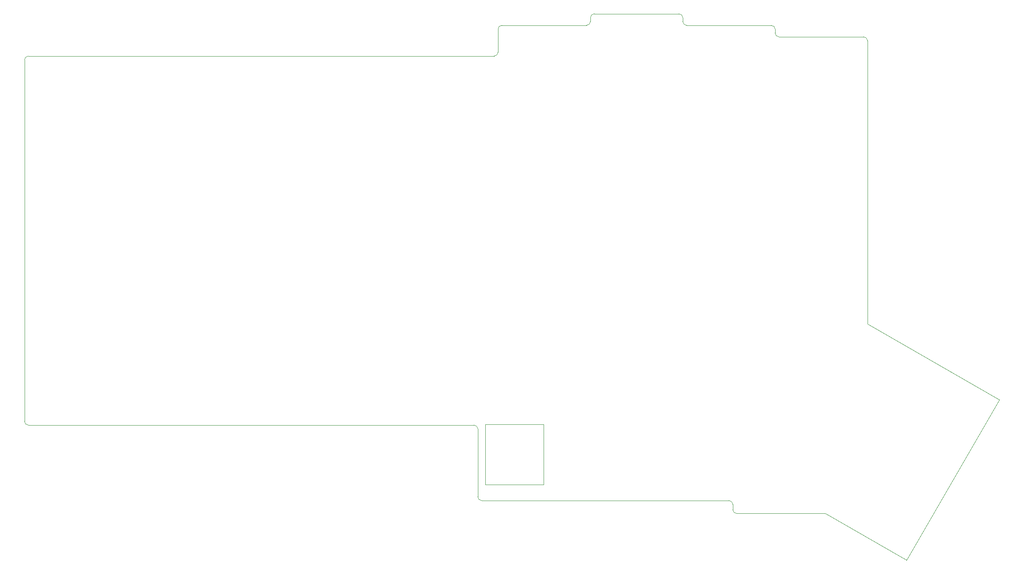
<source format=gbr>
%TF.GenerationSoftware,KiCad,Pcbnew,(5.1.9-0-10_14)*%
%TF.CreationDate,2021-09-05T16:06:40-05:00*%
%TF.ProjectId,wren-nav,7772656e-2d6e-4617-962e-6b696361645f,rev?*%
%TF.SameCoordinates,Original*%
%TF.FileFunction,Profile,NP*%
%FSLAX46Y46*%
G04 Gerber Fmt 4.6, Leading zero omitted, Abs format (unit mm)*
G04 Created by KiCad (PCBNEW (5.1.9-0-10_14)) date 2021-09-05 16:06:40*
%MOMM*%
%LPD*%
G01*
G04 APERTURE LIST*
%TA.AperFunction,Profile*%
%ADD10C,0.050000*%
%TD*%
G04 APERTURE END LIST*
D10*
X230213000Y-82327750D02*
X230178500Y-24606250D01*
X257391000Y-97948750D02*
X230213000Y-82327750D01*
X238214000Y-131095750D02*
X257391000Y-97948750D01*
X151346000Y-103028750D02*
X151346000Y-115474750D01*
X163411000Y-103028750D02*
X151346000Y-103028750D01*
X163411000Y-115474750D02*
X163411000Y-103028750D01*
X151346000Y-115474750D02*
X163411000Y-115474750D01*
X56350000Y-27781250D02*
X56350250Y-102394000D01*
X57143750Y-103187500D02*
X145274000Y-103187500D01*
X57143750Y-26987500D02*
X153209000Y-26987500D01*
X149028500Y-103187750D02*
X145274000Y-103187500D01*
X149822000Y-117983250D02*
X149822000Y-103981250D01*
X150615500Y-118776750D02*
X201612500Y-118776750D01*
X202406000Y-119570250D02*
X202406000Y-120650000D01*
X150615500Y-118776750D02*
G75*
G02*
X149822000Y-117983250I0J793500D01*
G01*
X221450000Y-121443750D02*
X238214000Y-131095750D01*
X203199500Y-121443500D02*
X221450000Y-121443750D01*
X203199500Y-121443500D02*
G75*
G02*
X202406000Y-120650000I0J793500D01*
G01*
X201612500Y-118776750D02*
G75*
G02*
X202406000Y-119570250I0J-793500D01*
G01*
X149028500Y-103187750D02*
G75*
G02*
X149822000Y-103981250I0J-793500D01*
G01*
X57143750Y-103187500D02*
G75*
G02*
X56350250Y-102394000I0J793500D01*
G01*
X56350000Y-27781250D02*
G75*
G02*
X57143750Y-26987500I793750J0D01*
G01*
X154002750Y-26193750D02*
G75*
G02*
X153209000Y-26987500I-793750J0D01*
G01*
X154002250Y-21431250D02*
X154002500Y-26193750D01*
X154002250Y-21431250D02*
G75*
G02*
X154796000Y-20637500I793750J0D01*
G01*
X172253000Y-20637500D02*
X154796000Y-20637500D01*
X173046750Y-19843750D02*
G75*
G02*
X172253000Y-20637500I-793750J0D01*
G01*
X173046250Y-19050000D02*
X173046500Y-19843750D01*
X173046250Y-19050000D02*
G75*
G02*
X173840000Y-18256250I793750J0D01*
G01*
X191297000Y-18256500D02*
X173840000Y-18256250D01*
X191297000Y-18256500D02*
G75*
G02*
X192090500Y-19050000I0J-793500D01*
G01*
X192090500Y-19843750D02*
X192090500Y-19050000D01*
X192884000Y-20637250D02*
G75*
G02*
X192090500Y-19843750I0J793500D01*
G01*
X210341000Y-20637750D02*
X192884000Y-20637500D01*
X210341000Y-20637750D02*
G75*
G02*
X211134500Y-21431250I0J-793500D01*
G01*
X211134500Y-22225000D02*
X211134500Y-21431250D01*
X211928000Y-23018500D02*
G75*
G02*
X211134500Y-22225000I0J793500D01*
G01*
X229385000Y-23019000D02*
X211928000Y-23018750D01*
X230178500Y-23812500D02*
X230178500Y-24606250D01*
X229385000Y-23019000D02*
G75*
G02*
X230178500Y-23812500I0J-793500D01*
G01*
M02*

</source>
